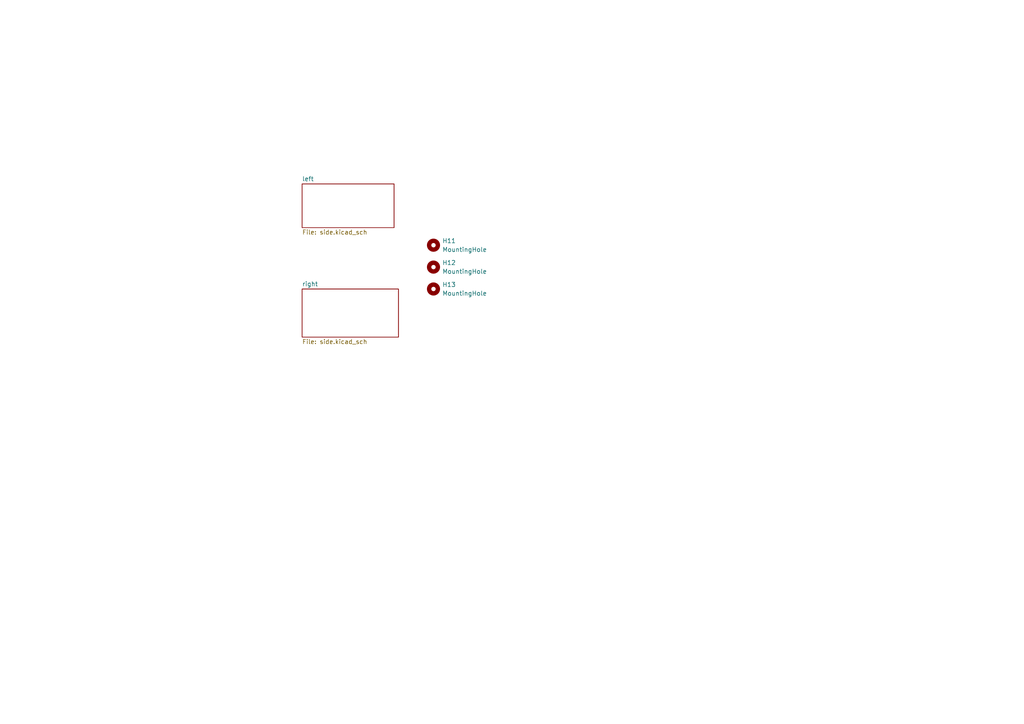
<source format=kicad_sch>
(kicad_sch
	(version 20250114)
	(generator "eeschema")
	(generator_version "9.0")
	(uuid "9c7c3d7f-df07-44e3-9769-a5f86c49873c")
	(paper "A4")
	(lib_symbols
		(symbol "Mechanical:MountingHole"
			(pin_names
				(offset 1.016)
			)
			(exclude_from_sim no)
			(in_bom no)
			(on_board yes)
			(property "Reference" "H"
				(at 0 5.08 0)
				(effects
					(font
						(size 1.27 1.27)
					)
				)
			)
			(property "Value" "MountingHole"
				(at 0 3.175 0)
				(effects
					(font
						(size 1.27 1.27)
					)
				)
			)
			(property "Footprint" ""
				(at 0 0 0)
				(effects
					(font
						(size 1.27 1.27)
					)
					(hide yes)
				)
			)
			(property "Datasheet" "~"
				(at 0 0 0)
				(effects
					(font
						(size 1.27 1.27)
					)
					(hide yes)
				)
			)
			(property "Description" "Mounting Hole without connection"
				(at 0 0 0)
				(effects
					(font
						(size 1.27 1.27)
					)
					(hide yes)
				)
			)
			(property "ki_keywords" "mounting hole"
				(at 0 0 0)
				(effects
					(font
						(size 1.27 1.27)
					)
					(hide yes)
				)
			)
			(property "ki_fp_filters" "MountingHole*"
				(at 0 0 0)
				(effects
					(font
						(size 1.27 1.27)
					)
					(hide yes)
				)
			)
			(symbol "MountingHole_0_1"
				(circle
					(center 0 0)
					(radius 1.27)
					(stroke
						(width 1.27)
						(type default)
					)
					(fill
						(type none)
					)
				)
			)
			(embedded_fonts no)
		)
	)
	(symbol
		(lib_id "Mechanical:MountingHole")
		(at 125.73 71.12 0)
		(unit 1)
		(exclude_from_sim no)
		(in_bom no)
		(on_board yes)
		(dnp no)
		(fields_autoplaced yes)
		(uuid "3108ff68-1562-41a9-a8b4-1c86aa5f38f2")
		(property "Reference" "H11"
			(at 128.27 69.8499 0)
			(effects
				(font
					(size 1.27 1.27)
				)
				(justify left)
			)
		)
		(property "Value" "MountingHole"
			(at 128.27 72.3899 0)
			(effects
				(font
					(size 1.27 1.27)
				)
				(justify left)
			)
		)
		(property "Footprint" "panelization:mouse-bite-5mm-slot"
			(at 125.73 71.12 0)
			(effects
				(font
					(size 1.27 1.27)
				)
				(hide yes)
			)
		)
		(property "Datasheet" "~"
			(at 125.73 71.12 0)
			(effects
				(font
					(size 1.27 1.27)
				)
				(hide yes)
			)
		)
		(property "Description" "Mounting Hole without connection"
			(at 125.73 71.12 0)
			(effects
				(font
					(size 1.27 1.27)
				)
				(hide yes)
			)
		)
		(instances
			(project ""
				(path "/9c7c3d7f-df07-44e3-9769-a5f86c49873c"
					(reference "H11")
					(unit 1)
				)
			)
		)
	)
	(symbol
		(lib_id "Mechanical:MountingHole")
		(at 125.73 77.47 0)
		(unit 1)
		(exclude_from_sim no)
		(in_bom no)
		(on_board yes)
		(dnp no)
		(fields_autoplaced yes)
		(uuid "d1280458-c33f-4bc9-b9b5-248dab84e0bf")
		(property "Reference" "H12"
			(at 128.27 76.1999 0)
			(effects
				(font
					(size 1.27 1.27)
				)
				(justify left)
			)
		)
		(property "Value" "MountingHole"
			(at 128.27 78.7399 0)
			(effects
				(font
					(size 1.27 1.27)
				)
				(justify left)
			)
		)
		(property "Footprint" "panelization:mouse-bite-5mm-slot"
			(at 125.73 77.47 0)
			(effects
				(font
					(size 1.27 1.27)
				)
				(hide yes)
			)
		)
		(property "Datasheet" "~"
			(at 125.73 77.47 0)
			(effects
				(font
					(size 1.27 1.27)
				)
				(hide yes)
			)
		)
		(property "Description" "Mounting Hole without connection"
			(at 125.73 77.47 0)
			(effects
				(font
					(size 1.27 1.27)
				)
				(hide yes)
			)
		)
		(instances
			(project "bluekeeb"
				(path "/9c7c3d7f-df07-44e3-9769-a5f86c49873c"
					(reference "H12")
					(unit 1)
				)
			)
		)
	)
	(symbol
		(lib_id "Mechanical:MountingHole")
		(at 125.73 83.82 0)
		(unit 1)
		(exclude_from_sim no)
		(in_bom no)
		(on_board yes)
		(dnp no)
		(fields_autoplaced yes)
		(uuid "d7f85193-8c82-45b9-bb4b-3a03ee9037e7")
		(property "Reference" "H13"
			(at 128.27 82.5499 0)
			(effects
				(font
					(size 1.27 1.27)
				)
				(justify left)
			)
		)
		(property "Value" "MountingHole"
			(at 128.27 85.0899 0)
			(effects
				(font
					(size 1.27 1.27)
				)
				(justify left)
			)
		)
		(property "Footprint" "panelization:mouse-bite-5mm-slot"
			(at 125.73 83.82 0)
			(effects
				(font
					(size 1.27 1.27)
				)
				(hide yes)
			)
		)
		(property "Datasheet" "~"
			(at 125.73 83.82 0)
			(effects
				(font
					(size 1.27 1.27)
				)
				(hide yes)
			)
		)
		(property "Description" "Mounting Hole without connection"
			(at 125.73 83.82 0)
			(effects
				(font
					(size 1.27 1.27)
				)
				(hide yes)
			)
		)
		(instances
			(project "bluekeeb"
				(path "/9c7c3d7f-df07-44e3-9769-a5f86c49873c"
					(reference "H13")
					(unit 1)
				)
			)
		)
	)
	(sheet
		(at 87.63 83.82)
		(size 27.94 13.97)
		(exclude_from_sim no)
		(in_bom yes)
		(on_board yes)
		(dnp no)
		(fields_autoplaced yes)
		(stroke
			(width 0.1524)
			(type solid)
		)
		(fill
			(color 0 0 0 0.0000)
		)
		(uuid "12ef109c-a2f1-40c4-8500-95466df51b75")
		(property "Sheetname" "right"
			(at 87.63 83.1084 0)
			(effects
				(font
					(size 1.27 1.27)
				)
				(justify left bottom)
			)
		)
		(property "Sheetfile" "side.kicad_sch"
			(at 87.63 98.3746 0)
			(effects
				(font
					(size 1.27 1.27)
				)
				(justify left top)
			)
		)
		(instances
			(project "bluekeeb"
				(path "/9c7c3d7f-df07-44e3-9769-a5f86c49873c"
					(page "4")
				)
			)
		)
	)
	(sheet
		(at 87.63 53.34)
		(size 26.67 12.7)
		(exclude_from_sim no)
		(in_bom yes)
		(on_board yes)
		(dnp no)
		(fields_autoplaced yes)
		(stroke
			(width 0.1524)
			(type solid)
		)
		(fill
			(color 0 0 0 0.0000)
		)
		(uuid "727cb513-7415-499b-80c9-83fd548ec377")
		(property "Sheetname" "left"
			(at 87.63 52.6284 0)
			(effects
				(font
					(size 1.27 1.27)
				)
				(justify left bottom)
			)
		)
		(property "Sheetfile" "side.kicad_sch"
			(at 87.63 66.6246 0)
			(effects
				(font
					(size 1.27 1.27)
				)
				(justify left top)
			)
		)
		(instances
			(project "bluekeeb"
				(path "/9c7c3d7f-df07-44e3-9769-a5f86c49873c"
					(page "2")
				)
			)
		)
	)
	(sheet_instances
		(path "/"
			(page "1")
		)
	)
	(embedded_fonts no)
)

</source>
